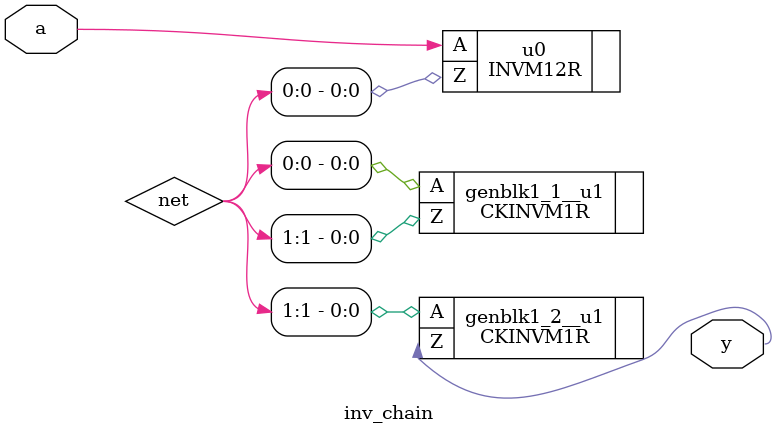
<source format=v>


module inv_chain ( a, y );
  input a;
  output y;

  wire   [1:0] net;

  INVM12R u0 ( .A(a), .Z(net[0]) );
  CKINVM1R genblk1_1__u1 ( .A(net[0]), .Z(net[1]) );
  CKINVM1R genblk1_2__u1 ( .A(net[1]), .Z(y) );
endmodule


</source>
